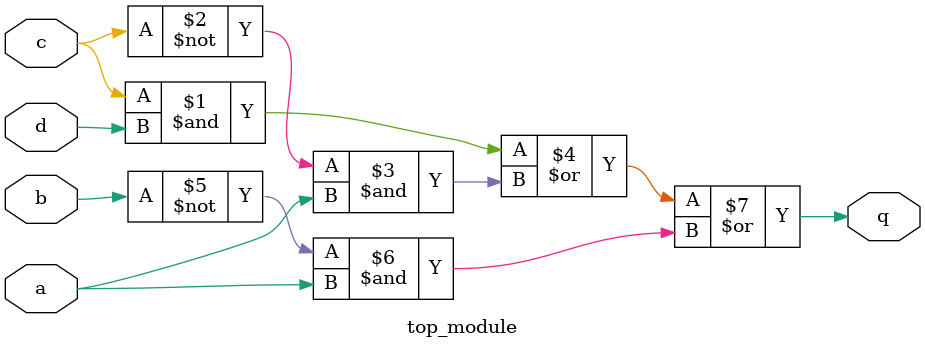
<source format=sv>
module top_module (
    input a, 
    input b, 
    input c, 
    input d,
    output q
);

assign q = (c & d) | (~c & a) | (~b & a);

endmodule

</source>
